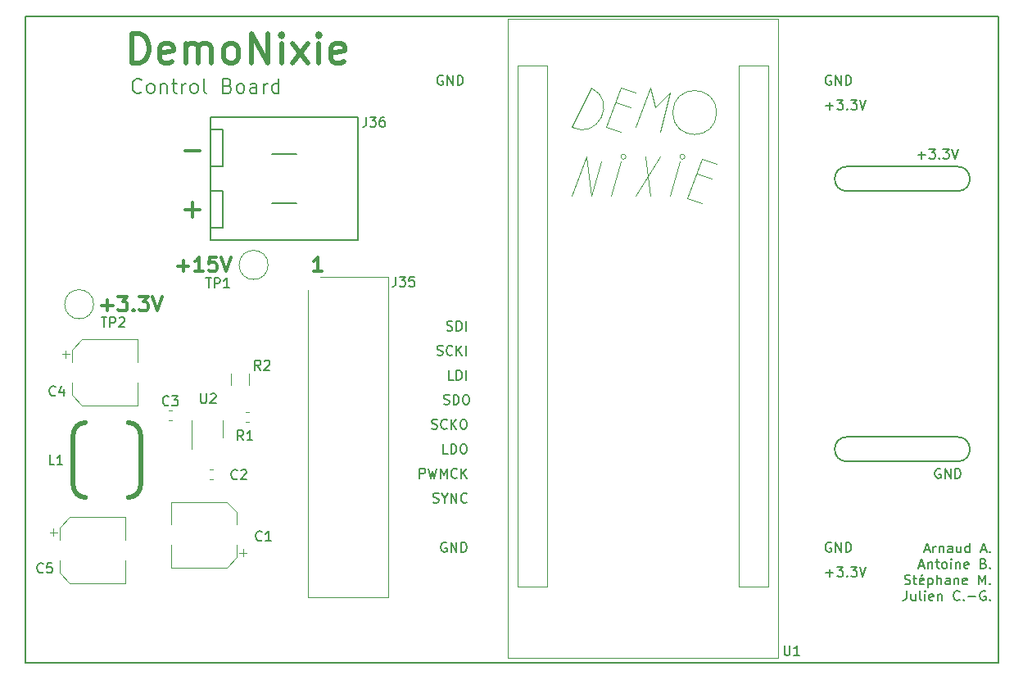
<source format=gbr>
G04 #@! TF.GenerationSoftware,KiCad,Pcbnew,5.0.2-bee76a0~70~ubuntu18.04.1*
G04 #@! TF.CreationDate,2020-06-09T18:29:45+02:00*
G04 #@! TF.ProjectId,DemoNixieControl-KiCad,44656d6f-4e69-4786-9965-436f6e74726f,rev?*
G04 #@! TF.SameCoordinates,Original*
G04 #@! TF.FileFunction,Legend,Top*
G04 #@! TF.FilePolarity,Positive*
%FSLAX46Y46*%
G04 Gerber Fmt 4.6, Leading zero omitted, Abs format (unit mm)*
G04 Created by KiCad (PCBNEW 5.0.2-bee76a0~70~ubuntu18.04.1) date mar. 09 juin 2020 18:29:45 CEST*
%MOMM*%
%LPD*%
G01*
G04 APERTURE LIST*
%ADD10C,0.150000*%
%ADD11C,0.300000*%
%ADD12C,0.200000*%
%ADD13C,0.500000*%
%ADD14C,0.120000*%
G04 APERTURE END LIST*
D10*
X236864091Y-119850996D02*
X237340281Y-119850996D01*
X236768852Y-120136710D02*
X237102186Y-119136710D01*
X237435519Y-120136710D01*
X237768852Y-120136710D02*
X237768852Y-119470044D01*
X237768852Y-119660520D02*
X237816471Y-119565282D01*
X237864091Y-119517663D01*
X237959329Y-119470044D01*
X238054567Y-119470044D01*
X238387900Y-119470044D02*
X238387900Y-120136710D01*
X238387900Y-119565282D02*
X238435519Y-119517663D01*
X238530757Y-119470044D01*
X238673614Y-119470044D01*
X238768852Y-119517663D01*
X238816471Y-119612901D01*
X238816471Y-120136710D01*
X239721233Y-120136710D02*
X239721233Y-119612901D01*
X239673614Y-119517663D01*
X239578376Y-119470044D01*
X239387900Y-119470044D01*
X239292662Y-119517663D01*
X239721233Y-120089091D02*
X239625995Y-120136710D01*
X239387900Y-120136710D01*
X239292662Y-120089091D01*
X239245043Y-119993853D01*
X239245043Y-119898615D01*
X239292662Y-119803377D01*
X239387900Y-119755758D01*
X239625995Y-119755758D01*
X239721233Y-119708139D01*
X240625995Y-119470044D02*
X240625995Y-120136710D01*
X240197424Y-119470044D02*
X240197424Y-119993853D01*
X240245043Y-120089091D01*
X240340281Y-120136710D01*
X240483138Y-120136710D01*
X240578376Y-120089091D01*
X240625995Y-120041472D01*
X241530757Y-120136710D02*
X241530757Y-119136710D01*
X241530757Y-120089091D02*
X241435519Y-120136710D01*
X241245043Y-120136710D01*
X241149805Y-120089091D01*
X241102186Y-120041472D01*
X241054567Y-119946234D01*
X241054567Y-119660520D01*
X241102186Y-119565282D01*
X241149805Y-119517663D01*
X241245043Y-119470044D01*
X241435519Y-119470044D01*
X241530757Y-119517663D01*
X242721233Y-119850996D02*
X243197424Y-119850996D01*
X242625995Y-120136710D02*
X242959329Y-119136710D01*
X243292662Y-120136710D01*
X243625995Y-120041472D02*
X243673614Y-120089091D01*
X243625995Y-120136710D01*
X243578376Y-120089091D01*
X243625995Y-120041472D01*
X243625995Y-120136710D01*
X236340281Y-121500996D02*
X236816471Y-121500996D01*
X236245043Y-121786710D02*
X236578376Y-120786710D01*
X236911710Y-121786710D01*
X237245043Y-121120044D02*
X237245043Y-121786710D01*
X237245043Y-121215282D02*
X237292662Y-121167663D01*
X237387900Y-121120044D01*
X237530757Y-121120044D01*
X237625995Y-121167663D01*
X237673614Y-121262901D01*
X237673614Y-121786710D01*
X238006948Y-121120044D02*
X238387900Y-121120044D01*
X238149805Y-120786710D02*
X238149805Y-121643853D01*
X238197424Y-121739091D01*
X238292662Y-121786710D01*
X238387900Y-121786710D01*
X238864091Y-121786710D02*
X238768852Y-121739091D01*
X238721233Y-121691472D01*
X238673614Y-121596234D01*
X238673614Y-121310520D01*
X238721233Y-121215282D01*
X238768852Y-121167663D01*
X238864091Y-121120044D01*
X239006948Y-121120044D01*
X239102186Y-121167663D01*
X239149805Y-121215282D01*
X239197424Y-121310520D01*
X239197424Y-121596234D01*
X239149805Y-121691472D01*
X239102186Y-121739091D01*
X239006948Y-121786710D01*
X238864091Y-121786710D01*
X239625995Y-121786710D02*
X239625995Y-121120044D01*
X239625995Y-120786710D02*
X239578376Y-120834330D01*
X239625995Y-120881949D01*
X239673614Y-120834330D01*
X239625995Y-120786710D01*
X239625995Y-120881949D01*
X240102186Y-121120044D02*
X240102186Y-121786710D01*
X240102186Y-121215282D02*
X240149805Y-121167663D01*
X240245043Y-121120044D01*
X240387900Y-121120044D01*
X240483138Y-121167663D01*
X240530757Y-121262901D01*
X240530757Y-121786710D01*
X241387900Y-121739091D02*
X241292662Y-121786710D01*
X241102186Y-121786710D01*
X241006948Y-121739091D01*
X240959329Y-121643853D01*
X240959329Y-121262901D01*
X241006948Y-121167663D01*
X241102186Y-121120044D01*
X241292662Y-121120044D01*
X241387900Y-121167663D01*
X241435519Y-121262901D01*
X241435519Y-121358139D01*
X240959329Y-121453377D01*
X242959329Y-121262901D02*
X243102186Y-121310520D01*
X243149805Y-121358139D01*
X243197424Y-121453377D01*
X243197424Y-121596234D01*
X243149805Y-121691472D01*
X243102186Y-121739091D01*
X243006948Y-121786710D01*
X242625995Y-121786710D01*
X242625995Y-120786710D01*
X242959329Y-120786710D01*
X243054567Y-120834330D01*
X243102186Y-120881949D01*
X243149805Y-120977187D01*
X243149805Y-121072425D01*
X243102186Y-121167663D01*
X243054567Y-121215282D01*
X242959329Y-121262901D01*
X242625995Y-121262901D01*
X243625995Y-121691472D02*
X243673614Y-121739091D01*
X243625995Y-121786710D01*
X243578376Y-121739091D01*
X243625995Y-121691472D01*
X243625995Y-121786710D01*
X234816471Y-123389091D02*
X234959329Y-123436710D01*
X235197424Y-123436710D01*
X235292662Y-123389091D01*
X235340281Y-123341472D01*
X235387900Y-123246234D01*
X235387900Y-123150996D01*
X235340281Y-123055758D01*
X235292662Y-123008139D01*
X235197424Y-122960520D01*
X235006948Y-122912901D01*
X234911710Y-122865282D01*
X234864091Y-122817663D01*
X234816471Y-122722425D01*
X234816471Y-122627187D01*
X234864091Y-122531949D01*
X234911710Y-122484330D01*
X235006948Y-122436710D01*
X235245043Y-122436710D01*
X235387900Y-122484330D01*
X235673614Y-122770044D02*
X236054567Y-122770044D01*
X235816471Y-122436710D02*
X235816471Y-123293853D01*
X235864091Y-123389091D01*
X235959329Y-123436710D01*
X236054567Y-123436710D01*
X236768852Y-123389091D02*
X236673614Y-123436710D01*
X236483138Y-123436710D01*
X236387900Y-123389091D01*
X236340281Y-123293853D01*
X236340281Y-122912901D01*
X236387900Y-122817663D01*
X236483138Y-122770044D01*
X236673614Y-122770044D01*
X236768852Y-122817663D01*
X236816471Y-122912901D01*
X236816471Y-123008139D01*
X236340281Y-123103377D01*
X236673614Y-122389091D02*
X236530757Y-122531949D01*
X237245043Y-122770044D02*
X237245043Y-123770044D01*
X237245043Y-122817663D02*
X237340281Y-122770044D01*
X237530757Y-122770044D01*
X237625995Y-122817663D01*
X237673614Y-122865282D01*
X237721233Y-122960520D01*
X237721233Y-123246234D01*
X237673614Y-123341472D01*
X237625995Y-123389091D01*
X237530757Y-123436710D01*
X237340281Y-123436710D01*
X237245043Y-123389091D01*
X238149805Y-123436710D02*
X238149805Y-122436710D01*
X238578376Y-123436710D02*
X238578376Y-122912901D01*
X238530757Y-122817663D01*
X238435519Y-122770044D01*
X238292662Y-122770044D01*
X238197424Y-122817663D01*
X238149805Y-122865282D01*
X239483138Y-123436710D02*
X239483138Y-122912901D01*
X239435519Y-122817663D01*
X239340281Y-122770044D01*
X239149805Y-122770044D01*
X239054567Y-122817663D01*
X239483138Y-123389091D02*
X239387900Y-123436710D01*
X239149805Y-123436710D01*
X239054567Y-123389091D01*
X239006948Y-123293853D01*
X239006948Y-123198615D01*
X239054567Y-123103377D01*
X239149805Y-123055758D01*
X239387900Y-123055758D01*
X239483138Y-123008139D01*
X239959329Y-122770044D02*
X239959329Y-123436710D01*
X239959329Y-122865282D02*
X240006948Y-122817663D01*
X240102186Y-122770044D01*
X240245043Y-122770044D01*
X240340281Y-122817663D01*
X240387900Y-122912901D01*
X240387900Y-123436710D01*
X241245043Y-123389091D02*
X241149805Y-123436710D01*
X240959329Y-123436710D01*
X240864091Y-123389091D01*
X240816471Y-123293853D01*
X240816471Y-122912901D01*
X240864091Y-122817663D01*
X240959329Y-122770044D01*
X241149805Y-122770044D01*
X241245043Y-122817663D01*
X241292662Y-122912901D01*
X241292662Y-123008139D01*
X240816471Y-123103377D01*
X242483138Y-123436710D02*
X242483138Y-122436710D01*
X242816471Y-123150996D01*
X243149805Y-122436710D01*
X243149805Y-123436710D01*
X243625995Y-123341472D02*
X243673614Y-123389091D01*
X243625995Y-123436710D01*
X243578376Y-123389091D01*
X243625995Y-123341472D01*
X243625995Y-123436710D01*
X235006948Y-124086710D02*
X235006948Y-124800996D01*
X234959329Y-124943853D01*
X234864091Y-125039091D01*
X234721233Y-125086710D01*
X234625995Y-125086710D01*
X235911710Y-124420044D02*
X235911710Y-125086710D01*
X235483138Y-124420044D02*
X235483138Y-124943853D01*
X235530757Y-125039091D01*
X235625995Y-125086710D01*
X235768852Y-125086710D01*
X235864091Y-125039091D01*
X235911710Y-124991472D01*
X236530757Y-125086710D02*
X236435519Y-125039091D01*
X236387900Y-124943853D01*
X236387900Y-124086710D01*
X236911710Y-125086710D02*
X236911710Y-124420044D01*
X236911710Y-124086710D02*
X236864091Y-124134330D01*
X236911710Y-124181949D01*
X236959329Y-124134330D01*
X236911710Y-124086710D01*
X236911710Y-124181949D01*
X237768852Y-125039091D02*
X237673614Y-125086710D01*
X237483138Y-125086710D01*
X237387900Y-125039091D01*
X237340281Y-124943853D01*
X237340281Y-124562901D01*
X237387900Y-124467663D01*
X237483138Y-124420044D01*
X237673614Y-124420044D01*
X237768852Y-124467663D01*
X237816471Y-124562901D01*
X237816471Y-124658139D01*
X237340281Y-124753377D01*
X238245043Y-124420044D02*
X238245043Y-125086710D01*
X238245043Y-124515282D02*
X238292662Y-124467663D01*
X238387900Y-124420044D01*
X238530757Y-124420044D01*
X238625995Y-124467663D01*
X238673614Y-124562901D01*
X238673614Y-125086710D01*
X240483138Y-124991472D02*
X240435519Y-125039091D01*
X240292662Y-125086710D01*
X240197424Y-125086710D01*
X240054567Y-125039091D01*
X239959329Y-124943853D01*
X239911710Y-124848615D01*
X239864091Y-124658139D01*
X239864091Y-124515282D01*
X239911710Y-124324806D01*
X239959329Y-124229568D01*
X240054567Y-124134330D01*
X240197424Y-124086710D01*
X240292662Y-124086710D01*
X240435519Y-124134330D01*
X240483138Y-124181949D01*
X240911710Y-124991472D02*
X240959329Y-125039091D01*
X240911710Y-125086710D01*
X240864091Y-125039091D01*
X240911710Y-124991472D01*
X240911710Y-125086710D01*
X241387900Y-124705758D02*
X242149805Y-124705758D01*
X243149805Y-124134330D02*
X243054567Y-124086710D01*
X242911710Y-124086710D01*
X242768852Y-124134330D01*
X242673614Y-124229568D01*
X242625995Y-124324806D01*
X242578376Y-124515282D01*
X242578376Y-124658139D01*
X242625995Y-124848615D01*
X242673614Y-124943853D01*
X242768852Y-125039091D01*
X242911710Y-125086710D01*
X243006948Y-125086710D01*
X243149805Y-125039091D01*
X243197424Y-124991472D01*
X243197424Y-124658139D01*
X243006948Y-124658139D01*
X243625995Y-124991472D02*
X243673614Y-125039091D01*
X243625995Y-125086710D01*
X243578376Y-125039091D01*
X243625995Y-124991472D01*
X243625995Y-125086710D01*
D11*
X174540162Y-91087901D02*
X173683019Y-91087901D01*
X174111591Y-91087901D02*
X174111591Y-89587901D01*
X173968733Y-89802187D01*
X173825876Y-89945044D01*
X173683019Y-90016472D01*
X160395686Y-78614187D02*
X161919495Y-78614187D01*
X160395686Y-84710187D02*
X161919495Y-84710187D01*
X161157591Y-85472091D02*
X161157591Y-83948282D01*
D12*
X228848591Y-82789330D02*
X240278591Y-82789330D01*
X240278591Y-80249330D02*
X228848591Y-80249330D01*
X240278591Y-80249330D02*
G75*
G02X240278591Y-82789330I0J-1270000D01*
G01*
X228848591Y-82789330D02*
G75*
G02X228848591Y-80249330I0J1270000D01*
G01*
X240278591Y-108189330D02*
G75*
G02X240278591Y-110729330I0J-1270000D01*
G01*
X228848591Y-110729330D02*
G75*
G02X228848591Y-108189330I0J1270000D01*
G01*
X240278591Y-110729330D02*
X228848591Y-110729330D01*
X228848591Y-108189330D02*
X240278591Y-108189330D01*
X155897876Y-72530044D02*
X155826448Y-72601472D01*
X155612162Y-72672901D01*
X155469305Y-72672901D01*
X155255019Y-72601472D01*
X155112162Y-72458615D01*
X155040733Y-72315758D01*
X154969305Y-72030044D01*
X154969305Y-71815758D01*
X155040733Y-71530044D01*
X155112162Y-71387187D01*
X155255019Y-71244330D01*
X155469305Y-71172901D01*
X155612162Y-71172901D01*
X155826448Y-71244330D01*
X155897876Y-71315758D01*
X156755019Y-72672901D02*
X156612162Y-72601472D01*
X156540733Y-72530044D01*
X156469305Y-72387187D01*
X156469305Y-71958615D01*
X156540733Y-71815758D01*
X156612162Y-71744330D01*
X156755019Y-71672901D01*
X156969305Y-71672901D01*
X157112162Y-71744330D01*
X157183591Y-71815758D01*
X157255019Y-71958615D01*
X157255019Y-72387187D01*
X157183591Y-72530044D01*
X157112162Y-72601472D01*
X156969305Y-72672901D01*
X156755019Y-72672901D01*
X157897876Y-71672901D02*
X157897876Y-72672901D01*
X157897876Y-71815758D02*
X157969305Y-71744330D01*
X158112162Y-71672901D01*
X158326448Y-71672901D01*
X158469305Y-71744330D01*
X158540733Y-71887187D01*
X158540733Y-72672901D01*
X159040733Y-71672901D02*
X159612162Y-71672901D01*
X159255019Y-71172901D02*
X159255019Y-72458615D01*
X159326448Y-72601472D01*
X159469305Y-72672901D01*
X159612162Y-72672901D01*
X160112162Y-72672901D02*
X160112162Y-71672901D01*
X160112162Y-71958615D02*
X160183591Y-71815758D01*
X160255019Y-71744330D01*
X160397876Y-71672901D01*
X160540733Y-71672901D01*
X161255019Y-72672901D02*
X161112162Y-72601472D01*
X161040733Y-72530044D01*
X160969305Y-72387187D01*
X160969305Y-71958615D01*
X161040733Y-71815758D01*
X161112162Y-71744330D01*
X161255019Y-71672901D01*
X161469305Y-71672901D01*
X161612162Y-71744330D01*
X161683591Y-71815758D01*
X161755019Y-71958615D01*
X161755019Y-72387187D01*
X161683591Y-72530044D01*
X161612162Y-72601472D01*
X161469305Y-72672901D01*
X161255019Y-72672901D01*
X162612162Y-72672901D02*
X162469305Y-72601472D01*
X162397876Y-72458615D01*
X162397876Y-71172901D01*
X164826448Y-71887187D02*
X165040733Y-71958615D01*
X165112162Y-72030044D01*
X165183591Y-72172901D01*
X165183591Y-72387187D01*
X165112162Y-72530044D01*
X165040733Y-72601472D01*
X164897876Y-72672901D01*
X164326448Y-72672901D01*
X164326448Y-71172901D01*
X164826448Y-71172901D01*
X164969305Y-71244330D01*
X165040733Y-71315758D01*
X165112162Y-71458615D01*
X165112162Y-71601472D01*
X165040733Y-71744330D01*
X164969305Y-71815758D01*
X164826448Y-71887187D01*
X164326448Y-71887187D01*
X166040733Y-72672901D02*
X165897876Y-72601472D01*
X165826448Y-72530044D01*
X165755019Y-72387187D01*
X165755019Y-71958615D01*
X165826448Y-71815758D01*
X165897876Y-71744330D01*
X166040733Y-71672901D01*
X166255019Y-71672901D01*
X166397876Y-71744330D01*
X166469305Y-71815758D01*
X166540733Y-71958615D01*
X166540733Y-72387187D01*
X166469305Y-72530044D01*
X166397876Y-72601472D01*
X166255019Y-72672901D01*
X166040733Y-72672901D01*
X167826448Y-72672901D02*
X167826448Y-71887187D01*
X167755019Y-71744330D01*
X167612162Y-71672901D01*
X167326448Y-71672901D01*
X167183591Y-71744330D01*
X167826448Y-72601472D02*
X167683591Y-72672901D01*
X167326448Y-72672901D01*
X167183591Y-72601472D01*
X167112162Y-72458615D01*
X167112162Y-72315758D01*
X167183591Y-72172901D01*
X167326448Y-72101472D01*
X167683591Y-72101472D01*
X167826448Y-72030044D01*
X168540733Y-72672901D02*
X168540733Y-71672901D01*
X168540733Y-71958615D02*
X168612162Y-71815758D01*
X168683591Y-71744330D01*
X168826448Y-71672901D01*
X168969305Y-71672901D01*
X170112162Y-72672901D02*
X170112162Y-71172901D01*
X170112162Y-72601472D02*
X169969305Y-72672901D01*
X169683591Y-72672901D01*
X169540733Y-72601472D01*
X169469305Y-72530044D01*
X169397876Y-72387187D01*
X169397876Y-71958615D01*
X169469305Y-71815758D01*
X169540733Y-71744330D01*
X169683591Y-71672901D01*
X169969305Y-71672901D01*
X170112162Y-71744330D01*
D13*
X154957876Y-69541472D02*
X154957876Y-66541472D01*
X155672162Y-66541472D01*
X156100733Y-66684330D01*
X156386448Y-66970044D01*
X156529305Y-67255758D01*
X156672162Y-67827187D01*
X156672162Y-68255758D01*
X156529305Y-68827187D01*
X156386448Y-69112901D01*
X156100733Y-69398615D01*
X155672162Y-69541472D01*
X154957876Y-69541472D01*
X159100733Y-69398615D02*
X158815019Y-69541472D01*
X158243591Y-69541472D01*
X157957876Y-69398615D01*
X157815019Y-69112901D01*
X157815019Y-67970044D01*
X157957876Y-67684330D01*
X158243591Y-67541472D01*
X158815019Y-67541472D01*
X159100733Y-67684330D01*
X159243591Y-67970044D01*
X159243591Y-68255758D01*
X157815019Y-68541472D01*
X160529305Y-69541472D02*
X160529305Y-67541472D01*
X160529305Y-67827187D02*
X160672162Y-67684330D01*
X160957876Y-67541472D01*
X161386448Y-67541472D01*
X161672162Y-67684330D01*
X161815019Y-67970044D01*
X161815019Y-69541472D01*
X161815019Y-67970044D02*
X161957876Y-67684330D01*
X162243591Y-67541472D01*
X162672162Y-67541472D01*
X162957876Y-67684330D01*
X163100733Y-67970044D01*
X163100733Y-69541472D01*
X164957876Y-69541472D02*
X164672162Y-69398615D01*
X164529305Y-69255758D01*
X164386448Y-68970044D01*
X164386448Y-68112901D01*
X164529305Y-67827187D01*
X164672162Y-67684330D01*
X164957876Y-67541472D01*
X165386448Y-67541472D01*
X165672162Y-67684330D01*
X165815019Y-67827187D01*
X165957876Y-68112901D01*
X165957876Y-68970044D01*
X165815019Y-69255758D01*
X165672162Y-69398615D01*
X165386448Y-69541472D01*
X164957876Y-69541472D01*
X167243591Y-69541472D02*
X167243591Y-66541472D01*
X168957876Y-69541472D01*
X168957876Y-66541472D01*
X170386448Y-69541472D02*
X170386448Y-67541472D01*
X170386448Y-66541472D02*
X170243591Y-66684330D01*
X170386448Y-66827187D01*
X170529305Y-66684330D01*
X170386448Y-66541472D01*
X170386448Y-66827187D01*
X171529305Y-69541472D02*
X173100733Y-67541472D01*
X171529305Y-67541472D02*
X173100733Y-69541472D01*
X174243591Y-69541472D02*
X174243591Y-67541472D01*
X174243591Y-66541472D02*
X174100733Y-66684330D01*
X174243591Y-66827187D01*
X174386448Y-66684330D01*
X174243591Y-66541472D01*
X174243591Y-66827187D01*
X176815019Y-69398615D02*
X176529305Y-69541472D01*
X175957876Y-69541472D01*
X175672162Y-69398615D01*
X175529305Y-69112901D01*
X175529305Y-67970044D01*
X175672162Y-67684330D01*
X175957876Y-67541472D01*
X176529305Y-67541472D01*
X176815019Y-67684330D01*
X176957876Y-67970044D01*
X176957876Y-68255758D01*
X175529305Y-68541472D01*
D12*
X187062876Y-70859330D02*
X186967638Y-70811710D01*
X186824781Y-70811710D01*
X186681924Y-70859330D01*
X186586686Y-70954568D01*
X186539067Y-71049806D01*
X186491448Y-71240282D01*
X186491448Y-71383139D01*
X186539067Y-71573615D01*
X186586686Y-71668853D01*
X186681924Y-71764091D01*
X186824781Y-71811710D01*
X186920019Y-71811710D01*
X187062876Y-71764091D01*
X187110495Y-71716472D01*
X187110495Y-71383139D01*
X186920019Y-71383139D01*
X187539067Y-71811710D02*
X187539067Y-70811710D01*
X188110495Y-71811710D01*
X188110495Y-70811710D01*
X188586686Y-71811710D02*
X188586686Y-70811710D01*
X188824781Y-70811710D01*
X188967638Y-70859330D01*
X189062876Y-70954568D01*
X189110495Y-71049806D01*
X189158114Y-71240282D01*
X189158114Y-71383139D01*
X189110495Y-71573615D01*
X189062876Y-71668853D01*
X188967638Y-71764091D01*
X188824781Y-71811710D01*
X188586686Y-71811710D01*
X238503495Y-111499330D02*
X238408257Y-111451710D01*
X238265400Y-111451710D01*
X238122543Y-111499330D01*
X238027305Y-111594568D01*
X237979686Y-111689806D01*
X237932067Y-111880282D01*
X237932067Y-112023139D01*
X237979686Y-112213615D01*
X238027305Y-112308853D01*
X238122543Y-112404091D01*
X238265400Y-112451710D01*
X238360638Y-112451710D01*
X238503495Y-112404091D01*
X238551114Y-112356472D01*
X238551114Y-112023139D01*
X238360638Y-112023139D01*
X238979686Y-112451710D02*
X238979686Y-111451710D01*
X239551114Y-112451710D01*
X239551114Y-111451710D01*
X240027305Y-112451710D02*
X240027305Y-111451710D01*
X240265400Y-111451710D01*
X240408257Y-111499330D01*
X240503495Y-111594568D01*
X240551114Y-111689806D01*
X240598733Y-111880282D01*
X240598733Y-112023139D01*
X240551114Y-112213615D01*
X240503495Y-112308853D01*
X240408257Y-112404091D01*
X240265400Y-112451710D01*
X240027305Y-112451710D01*
X236201686Y-79050758D02*
X236963591Y-79050758D01*
X236582638Y-79431710D02*
X236582638Y-78669806D01*
X237344543Y-78431710D02*
X237963591Y-78431710D01*
X237630257Y-78812663D01*
X237773114Y-78812663D01*
X237868352Y-78860282D01*
X237915971Y-78907901D01*
X237963591Y-79003139D01*
X237963591Y-79241234D01*
X237915971Y-79336472D01*
X237868352Y-79384091D01*
X237773114Y-79431710D01*
X237487400Y-79431710D01*
X237392162Y-79384091D01*
X237344543Y-79336472D01*
X238392162Y-79336472D02*
X238439781Y-79384091D01*
X238392162Y-79431710D01*
X238344543Y-79384091D01*
X238392162Y-79336472D01*
X238392162Y-79431710D01*
X238773114Y-78431710D02*
X239392162Y-78431710D01*
X239058829Y-78812663D01*
X239201686Y-78812663D01*
X239296924Y-78860282D01*
X239344543Y-78907901D01*
X239392162Y-79003139D01*
X239392162Y-79241234D01*
X239344543Y-79336472D01*
X239296924Y-79384091D01*
X239201686Y-79431710D01*
X238915971Y-79431710D01*
X238820733Y-79384091D01*
X238773114Y-79336472D01*
X239677876Y-78431710D02*
X240011210Y-79431710D01*
X240344543Y-78431710D01*
X227200495Y-70859330D02*
X227105257Y-70811710D01*
X226962400Y-70811710D01*
X226819543Y-70859330D01*
X226724305Y-70954568D01*
X226676686Y-71049806D01*
X226629067Y-71240282D01*
X226629067Y-71383139D01*
X226676686Y-71573615D01*
X226724305Y-71668853D01*
X226819543Y-71764091D01*
X226962400Y-71811710D01*
X227057638Y-71811710D01*
X227200495Y-71764091D01*
X227248114Y-71716472D01*
X227248114Y-71383139D01*
X227057638Y-71383139D01*
X227676686Y-71811710D02*
X227676686Y-70811710D01*
X228248114Y-71811710D01*
X228248114Y-70811710D01*
X228724305Y-71811710D02*
X228724305Y-70811710D01*
X228962400Y-70811710D01*
X229105257Y-70859330D01*
X229200495Y-70954568D01*
X229248114Y-71049806D01*
X229295733Y-71240282D01*
X229295733Y-71383139D01*
X229248114Y-71573615D01*
X229200495Y-71668853D01*
X229105257Y-71764091D01*
X228962400Y-71811710D01*
X228724305Y-71811710D01*
X226676686Y-73970758D02*
X227438591Y-73970758D01*
X227057638Y-74351710D02*
X227057638Y-73589806D01*
X227819543Y-73351710D02*
X228438591Y-73351710D01*
X228105257Y-73732663D01*
X228248114Y-73732663D01*
X228343352Y-73780282D01*
X228390971Y-73827901D01*
X228438591Y-73923139D01*
X228438591Y-74161234D01*
X228390971Y-74256472D01*
X228343352Y-74304091D01*
X228248114Y-74351710D01*
X227962400Y-74351710D01*
X227867162Y-74304091D01*
X227819543Y-74256472D01*
X228867162Y-74256472D02*
X228914781Y-74304091D01*
X228867162Y-74351710D01*
X228819543Y-74304091D01*
X228867162Y-74256472D01*
X228867162Y-74351710D01*
X229248114Y-73351710D02*
X229867162Y-73351710D01*
X229533829Y-73732663D01*
X229676686Y-73732663D01*
X229771924Y-73780282D01*
X229819543Y-73827901D01*
X229867162Y-73923139D01*
X229867162Y-74161234D01*
X229819543Y-74256472D01*
X229771924Y-74304091D01*
X229676686Y-74351710D01*
X229390971Y-74351710D01*
X229295733Y-74304091D01*
X229248114Y-74256472D01*
X230152876Y-73351710D02*
X230486210Y-74351710D01*
X230819543Y-73351710D01*
X226676686Y-122230758D02*
X227438591Y-122230758D01*
X227057638Y-122611710D02*
X227057638Y-121849806D01*
X227819543Y-121611710D02*
X228438591Y-121611710D01*
X228105257Y-121992663D01*
X228248114Y-121992663D01*
X228343352Y-122040282D01*
X228390971Y-122087901D01*
X228438591Y-122183139D01*
X228438591Y-122421234D01*
X228390971Y-122516472D01*
X228343352Y-122564091D01*
X228248114Y-122611710D01*
X227962400Y-122611710D01*
X227867162Y-122564091D01*
X227819543Y-122516472D01*
X228867162Y-122516472D02*
X228914781Y-122564091D01*
X228867162Y-122611710D01*
X228819543Y-122564091D01*
X228867162Y-122516472D01*
X228867162Y-122611710D01*
X229248114Y-121611710D02*
X229867162Y-121611710D01*
X229533829Y-121992663D01*
X229676686Y-121992663D01*
X229771924Y-122040282D01*
X229819543Y-122087901D01*
X229867162Y-122183139D01*
X229867162Y-122421234D01*
X229819543Y-122516472D01*
X229771924Y-122564091D01*
X229676686Y-122611710D01*
X229390971Y-122611710D01*
X229295733Y-122564091D01*
X229248114Y-122516472D01*
X230152876Y-121611710D02*
X230486210Y-122611710D01*
X230819543Y-121611710D01*
X187443876Y-119119330D02*
X187348638Y-119071710D01*
X187205781Y-119071710D01*
X187062924Y-119119330D01*
X186967686Y-119214568D01*
X186920067Y-119309806D01*
X186872448Y-119500282D01*
X186872448Y-119643139D01*
X186920067Y-119833615D01*
X186967686Y-119928853D01*
X187062924Y-120024091D01*
X187205781Y-120071710D01*
X187301019Y-120071710D01*
X187443876Y-120024091D01*
X187491495Y-119976472D01*
X187491495Y-119643139D01*
X187301019Y-119643139D01*
X187920067Y-120071710D02*
X187920067Y-119071710D01*
X188491495Y-120071710D01*
X188491495Y-119071710D01*
X188967686Y-120071710D02*
X188967686Y-119071710D01*
X189205781Y-119071710D01*
X189348638Y-119119330D01*
X189443876Y-119214568D01*
X189491495Y-119309806D01*
X189539114Y-119500282D01*
X189539114Y-119643139D01*
X189491495Y-119833615D01*
X189443876Y-119928853D01*
X189348638Y-120024091D01*
X189205781Y-120071710D01*
X188967686Y-120071710D01*
X227200495Y-119119330D02*
X227105257Y-119071710D01*
X226962400Y-119071710D01*
X226819543Y-119119330D01*
X226724305Y-119214568D01*
X226676686Y-119309806D01*
X226629067Y-119500282D01*
X226629067Y-119643139D01*
X226676686Y-119833615D01*
X226724305Y-119928853D01*
X226819543Y-120024091D01*
X226962400Y-120071710D01*
X227057638Y-120071710D01*
X227200495Y-120024091D01*
X227248114Y-119976472D01*
X227248114Y-119643139D01*
X227057638Y-119643139D01*
X227676686Y-120071710D02*
X227676686Y-119071710D01*
X228248114Y-120071710D01*
X228248114Y-119071710D01*
X228724305Y-120071710D02*
X228724305Y-119071710D01*
X228962400Y-119071710D01*
X229105257Y-119119330D01*
X229200495Y-119214568D01*
X229248114Y-119309806D01*
X229295733Y-119500282D01*
X229295733Y-119643139D01*
X229248114Y-119833615D01*
X229200495Y-119928853D01*
X229105257Y-120024091D01*
X228962400Y-120071710D01*
X228724305Y-120071710D01*
X187491495Y-97164091D02*
X187634352Y-97211710D01*
X187872448Y-97211710D01*
X187967686Y-97164091D01*
X188015305Y-97116472D01*
X188062924Y-97021234D01*
X188062924Y-96925996D01*
X188015305Y-96830758D01*
X187967686Y-96783139D01*
X187872448Y-96735520D01*
X187681971Y-96687901D01*
X187586733Y-96640282D01*
X187539114Y-96592663D01*
X187491495Y-96497425D01*
X187491495Y-96402187D01*
X187539114Y-96306949D01*
X187586733Y-96259330D01*
X187681971Y-96211710D01*
X187920067Y-96211710D01*
X188062924Y-96259330D01*
X188491495Y-97211710D02*
X188491495Y-96211710D01*
X188729591Y-96211710D01*
X188872448Y-96259330D01*
X188967686Y-96354568D01*
X189015305Y-96449806D01*
X189062924Y-96640282D01*
X189062924Y-96783139D01*
X189015305Y-96973615D01*
X188967686Y-97068853D01*
X188872448Y-97164091D01*
X188729591Y-97211710D01*
X188491495Y-97211710D01*
X189491495Y-97211710D02*
X189491495Y-96211710D01*
X186062924Y-114944091D02*
X186205781Y-114991710D01*
X186443876Y-114991710D01*
X186539114Y-114944091D01*
X186586733Y-114896472D01*
X186634352Y-114801234D01*
X186634352Y-114705996D01*
X186586733Y-114610758D01*
X186539114Y-114563139D01*
X186443876Y-114515520D01*
X186253400Y-114467901D01*
X186158162Y-114420282D01*
X186110543Y-114372663D01*
X186062924Y-114277425D01*
X186062924Y-114182187D01*
X186110543Y-114086949D01*
X186158162Y-114039330D01*
X186253400Y-113991710D01*
X186491495Y-113991710D01*
X186634352Y-114039330D01*
X187253400Y-114515520D02*
X187253400Y-114991710D01*
X186920067Y-113991710D02*
X187253400Y-114515520D01*
X187586733Y-113991710D01*
X187920067Y-114991710D02*
X187920067Y-113991710D01*
X188491495Y-114991710D01*
X188491495Y-113991710D01*
X189539114Y-114896472D02*
X189491495Y-114944091D01*
X189348638Y-114991710D01*
X189253400Y-114991710D01*
X189110543Y-114944091D01*
X189015305Y-114848853D01*
X188967686Y-114753615D01*
X188920067Y-114563139D01*
X188920067Y-114420282D01*
X188967686Y-114229806D01*
X189015305Y-114134568D01*
X189110543Y-114039330D01*
X189253400Y-113991710D01*
X189348638Y-113991710D01*
X189491495Y-114039330D01*
X189539114Y-114086949D01*
X184681971Y-112451710D02*
X184681971Y-111451710D01*
X185062924Y-111451710D01*
X185158162Y-111499330D01*
X185205781Y-111546949D01*
X185253400Y-111642187D01*
X185253400Y-111785044D01*
X185205781Y-111880282D01*
X185158162Y-111927901D01*
X185062924Y-111975520D01*
X184681971Y-111975520D01*
X185586733Y-111451710D02*
X185824829Y-112451710D01*
X186015305Y-111737425D01*
X186205781Y-112451710D01*
X186443876Y-111451710D01*
X186824829Y-112451710D02*
X186824829Y-111451710D01*
X187158162Y-112165996D01*
X187491495Y-111451710D01*
X187491495Y-112451710D01*
X188539114Y-112356472D02*
X188491495Y-112404091D01*
X188348638Y-112451710D01*
X188253400Y-112451710D01*
X188110543Y-112404091D01*
X188015305Y-112308853D01*
X187967686Y-112213615D01*
X187920067Y-112023139D01*
X187920067Y-111880282D01*
X187967686Y-111689806D01*
X188015305Y-111594568D01*
X188110543Y-111499330D01*
X188253400Y-111451710D01*
X188348638Y-111451710D01*
X188491495Y-111499330D01*
X188539114Y-111546949D01*
X188967686Y-112451710D02*
X188967686Y-111451710D01*
X189539114Y-112451710D02*
X189110543Y-111880282D01*
X189539114Y-111451710D02*
X188967686Y-112023139D01*
X187586733Y-109911710D02*
X187110543Y-109911710D01*
X187110543Y-108911710D01*
X187920067Y-109911710D02*
X187920067Y-108911710D01*
X188158162Y-108911710D01*
X188301019Y-108959330D01*
X188396257Y-109054568D01*
X188443876Y-109149806D01*
X188491495Y-109340282D01*
X188491495Y-109483139D01*
X188443876Y-109673615D01*
X188396257Y-109768853D01*
X188301019Y-109864091D01*
X188158162Y-109911710D01*
X187920067Y-109911710D01*
X189110543Y-108911710D02*
X189301019Y-108911710D01*
X189396257Y-108959330D01*
X189491495Y-109054568D01*
X189539114Y-109245044D01*
X189539114Y-109578377D01*
X189491495Y-109768853D01*
X189396257Y-109864091D01*
X189301019Y-109911710D01*
X189110543Y-109911710D01*
X189015305Y-109864091D01*
X188920067Y-109768853D01*
X188872448Y-109578377D01*
X188872448Y-109245044D01*
X188920067Y-109054568D01*
X189015305Y-108959330D01*
X189110543Y-108911710D01*
X185920067Y-107324091D02*
X186062924Y-107371710D01*
X186301019Y-107371710D01*
X186396257Y-107324091D01*
X186443876Y-107276472D01*
X186491495Y-107181234D01*
X186491495Y-107085996D01*
X186443876Y-106990758D01*
X186396257Y-106943139D01*
X186301019Y-106895520D01*
X186110543Y-106847901D01*
X186015305Y-106800282D01*
X185967686Y-106752663D01*
X185920067Y-106657425D01*
X185920067Y-106562187D01*
X185967686Y-106466949D01*
X186015305Y-106419330D01*
X186110543Y-106371710D01*
X186348638Y-106371710D01*
X186491495Y-106419330D01*
X187491495Y-107276472D02*
X187443876Y-107324091D01*
X187301019Y-107371710D01*
X187205781Y-107371710D01*
X187062924Y-107324091D01*
X186967686Y-107228853D01*
X186920067Y-107133615D01*
X186872448Y-106943139D01*
X186872448Y-106800282D01*
X186920067Y-106609806D01*
X186967686Y-106514568D01*
X187062924Y-106419330D01*
X187205781Y-106371710D01*
X187301019Y-106371710D01*
X187443876Y-106419330D01*
X187491495Y-106466949D01*
X187920067Y-107371710D02*
X187920067Y-106371710D01*
X188491495Y-107371710D02*
X188062924Y-106800282D01*
X188491495Y-106371710D02*
X187920067Y-106943139D01*
X189110543Y-106371710D02*
X189301019Y-106371710D01*
X189396257Y-106419330D01*
X189491495Y-106514568D01*
X189539114Y-106705044D01*
X189539114Y-107038377D01*
X189491495Y-107228853D01*
X189396257Y-107324091D01*
X189301019Y-107371710D01*
X189110543Y-107371710D01*
X189015305Y-107324091D01*
X188920067Y-107228853D01*
X188872448Y-107038377D01*
X188872448Y-106705044D01*
X188920067Y-106514568D01*
X189015305Y-106419330D01*
X189110543Y-106371710D01*
X187174067Y-104784091D02*
X187316924Y-104831710D01*
X187555019Y-104831710D01*
X187650257Y-104784091D01*
X187697876Y-104736472D01*
X187745495Y-104641234D01*
X187745495Y-104545996D01*
X187697876Y-104450758D01*
X187650257Y-104403139D01*
X187555019Y-104355520D01*
X187364543Y-104307901D01*
X187269305Y-104260282D01*
X187221686Y-104212663D01*
X187174067Y-104117425D01*
X187174067Y-104022187D01*
X187221686Y-103926949D01*
X187269305Y-103879330D01*
X187364543Y-103831710D01*
X187602638Y-103831710D01*
X187745495Y-103879330D01*
X188174067Y-104831710D02*
X188174067Y-103831710D01*
X188412162Y-103831710D01*
X188555019Y-103879330D01*
X188650257Y-103974568D01*
X188697876Y-104069806D01*
X188745495Y-104260282D01*
X188745495Y-104403139D01*
X188697876Y-104593615D01*
X188650257Y-104688853D01*
X188555019Y-104784091D01*
X188412162Y-104831710D01*
X188174067Y-104831710D01*
X189364543Y-103831710D02*
X189555019Y-103831710D01*
X189650257Y-103879330D01*
X189745495Y-103974568D01*
X189793114Y-104165044D01*
X189793114Y-104498377D01*
X189745495Y-104688853D01*
X189650257Y-104784091D01*
X189555019Y-104831710D01*
X189364543Y-104831710D01*
X189269305Y-104784091D01*
X189174067Y-104688853D01*
X189126448Y-104498377D01*
X189126448Y-104165044D01*
X189174067Y-103974568D01*
X189269305Y-103879330D01*
X189364543Y-103831710D01*
X188158162Y-102291710D02*
X187681971Y-102291710D01*
X187681971Y-101291710D01*
X188491495Y-102291710D02*
X188491495Y-101291710D01*
X188729591Y-101291710D01*
X188872448Y-101339330D01*
X188967686Y-101434568D01*
X189015305Y-101529806D01*
X189062924Y-101720282D01*
X189062924Y-101863139D01*
X189015305Y-102053615D01*
X188967686Y-102148853D01*
X188872448Y-102244091D01*
X188729591Y-102291710D01*
X188491495Y-102291710D01*
X189491495Y-102291710D02*
X189491495Y-101291710D01*
X186491495Y-99704091D02*
X186634352Y-99751710D01*
X186872448Y-99751710D01*
X186967686Y-99704091D01*
X187015305Y-99656472D01*
X187062924Y-99561234D01*
X187062924Y-99465996D01*
X187015305Y-99370758D01*
X186967686Y-99323139D01*
X186872448Y-99275520D01*
X186681971Y-99227901D01*
X186586733Y-99180282D01*
X186539114Y-99132663D01*
X186491495Y-99037425D01*
X186491495Y-98942187D01*
X186539114Y-98846949D01*
X186586733Y-98799330D01*
X186681971Y-98751710D01*
X186920067Y-98751710D01*
X187062924Y-98799330D01*
X188062924Y-99656472D02*
X188015305Y-99704091D01*
X187872448Y-99751710D01*
X187777210Y-99751710D01*
X187634352Y-99704091D01*
X187539114Y-99608853D01*
X187491495Y-99513615D01*
X187443876Y-99323139D01*
X187443876Y-99180282D01*
X187491495Y-98989806D01*
X187539114Y-98894568D01*
X187634352Y-98799330D01*
X187777210Y-98751710D01*
X187872448Y-98751710D01*
X188015305Y-98799330D01*
X188062924Y-98846949D01*
X188491495Y-99751710D02*
X188491495Y-98751710D01*
X189062924Y-99751710D02*
X188634352Y-99180282D01*
X189062924Y-98751710D02*
X188491495Y-99323139D01*
X189491495Y-99751710D02*
X189491495Y-98751710D01*
D11*
X151807591Y-94580472D02*
X152950448Y-94580472D01*
X152379019Y-95151901D02*
X152379019Y-94009044D01*
X153521876Y-93651901D02*
X154450448Y-93651901D01*
X153950448Y-94223330D01*
X154164733Y-94223330D01*
X154307591Y-94294758D01*
X154379019Y-94366187D01*
X154450448Y-94509044D01*
X154450448Y-94866187D01*
X154379019Y-95009044D01*
X154307591Y-95080472D01*
X154164733Y-95151901D01*
X153736162Y-95151901D01*
X153593305Y-95080472D01*
X153521876Y-95009044D01*
X155093305Y-95009044D02*
X155164733Y-95080472D01*
X155093305Y-95151901D01*
X155021876Y-95080472D01*
X155093305Y-95009044D01*
X155093305Y-95151901D01*
X155664733Y-93651901D02*
X156593305Y-93651901D01*
X156093305Y-94223330D01*
X156307591Y-94223330D01*
X156450448Y-94294758D01*
X156521876Y-94366187D01*
X156593305Y-94509044D01*
X156593305Y-94866187D01*
X156521876Y-95009044D01*
X156450448Y-95080472D01*
X156307591Y-95151901D01*
X155879019Y-95151901D01*
X155736162Y-95080472D01*
X155664733Y-95009044D01*
X157021876Y-93651901D02*
X157521876Y-95151901D01*
X158021876Y-93651901D01*
D10*
X143885591Y-64755330D02*
X244469591Y-64755330D01*
X143885591Y-131557330D02*
X143885591Y-64755330D01*
X244469591Y-131557330D02*
X143885591Y-131557330D01*
X244469591Y-64755330D02*
X244469591Y-131557330D01*
D11*
X159657733Y-90516472D02*
X160800591Y-90516472D01*
X160229162Y-91087901D02*
X160229162Y-89945044D01*
X162300591Y-91087901D02*
X161443448Y-91087901D01*
X161872019Y-91087901D02*
X161872019Y-89587901D01*
X161729162Y-89802187D01*
X161586305Y-89945044D01*
X161443448Y-90016472D01*
X163657733Y-89587901D02*
X162943448Y-89587901D01*
X162872019Y-90302187D01*
X162943448Y-90230758D01*
X163086305Y-90159330D01*
X163443448Y-90159330D01*
X163586305Y-90230758D01*
X163657733Y-90302187D01*
X163729162Y-90445044D01*
X163729162Y-90802187D01*
X163657733Y-90945044D01*
X163586305Y-91016472D01*
X163443448Y-91087901D01*
X163086305Y-91087901D01*
X162943448Y-91016472D01*
X162872019Y-90945044D01*
X164157733Y-89587901D02*
X164657733Y-91087901D01*
X165157733Y-89587901D01*
D14*
G04 #@! TO.C,C1*
X166405341Y-120543580D02*
X166405341Y-119756080D01*
X166799091Y-120149830D02*
X166011591Y-120149830D01*
X165771591Y-115956767D02*
X164707154Y-114892330D01*
X165771591Y-120647893D02*
X164707154Y-121712330D01*
X165771591Y-120647893D02*
X165771591Y-119362330D01*
X165771591Y-115956767D02*
X165771591Y-117242330D01*
X164707154Y-114892330D02*
X158951591Y-114892330D01*
X164707154Y-121712330D02*
X158951591Y-121712330D01*
X158951591Y-121712330D02*
X158951591Y-119362330D01*
X158951591Y-114892330D02*
X158951591Y-117242330D01*
G04 #@! TO.C,C2*
X163280858Y-111569330D02*
X162938324Y-111569330D01*
X163280858Y-112589330D02*
X162938324Y-112589330D01*
G04 #@! TO.C,C3*
X158714324Y-105426330D02*
X159056858Y-105426330D01*
X158714324Y-106446330D02*
X159056858Y-106446330D01*
G04 #@! TO.C,C5*
X154274591Y-123283330D02*
X154274591Y-120933330D01*
X154274591Y-116463330D02*
X154274591Y-118813330D01*
X148519028Y-116463330D02*
X154274591Y-116463330D01*
X148519028Y-123283330D02*
X154274591Y-123283330D01*
X147454591Y-122218893D02*
X147454591Y-120933330D01*
X147454591Y-117527767D02*
X147454591Y-118813330D01*
X147454591Y-117527767D02*
X148519028Y-116463330D01*
X147454591Y-122218893D02*
X148519028Y-123283330D01*
X146427091Y-118025830D02*
X147214591Y-118025830D01*
X146820841Y-117632080D02*
X146820841Y-118419580D01*
G04 #@! TO.C,J35*
X174422000Y-91674000D02*
X181422000Y-91674000D01*
X181422000Y-91674000D02*
X181422000Y-124774000D01*
X181422000Y-124774000D02*
X173122000Y-124774000D01*
X173122000Y-124774000D02*
X173122000Y-92974000D01*
D13*
G04 #@! TO.C,L1*
X155823591Y-107968330D02*
X155823591Y-113175330D01*
X148861591Y-107968330D02*
X148861591Y-113175330D01*
X155823591Y-113175330D02*
G75*
G02X154553591Y-114445330I-1270000J0D01*
G01*
X150131591Y-114445330D02*
G75*
G02X148861591Y-113175330I0J1270000D01*
G01*
X148861591Y-107991330D02*
G75*
G02X150108591Y-106698330I1270000J23000D01*
G01*
X154553591Y-106698330D02*
G75*
G02X155823591Y-107968330I0J-1270000D01*
G01*
D14*
G04 #@! TO.C,R1*
X166687324Y-105647330D02*
X167029858Y-105647330D01*
X166687324Y-106667330D02*
X167029858Y-106667330D01*
G04 #@! TO.C,R2*
X167020591Y-101654766D02*
X167020591Y-102858894D01*
X165200591Y-101654766D02*
X165200591Y-102858894D01*
G04 #@! TO.C,TP1*
X169007591Y-90409330D02*
G75*
G03X169007591Y-90409330I-1500000J0D01*
G01*
G04 #@! TO.C,TP2*
X150973591Y-94473330D02*
G75*
G03X150973591Y-94473330I-1500000J0D01*
G01*
G04 #@! TO.C,U1*
X193796591Y-131049330D02*
X221736591Y-131049330D01*
X221736591Y-131049330D02*
X221736591Y-65009330D01*
X221736591Y-65009330D02*
X193796591Y-65009330D01*
X193796591Y-65009330D02*
X193796591Y-131049330D01*
X197860591Y-69835330D02*
X194812591Y-69835330D01*
X194812591Y-70343330D02*
X194812591Y-123175330D01*
X194812591Y-123683330D02*
X197860591Y-123683330D01*
X197860591Y-123175330D02*
X197860591Y-70343330D01*
X217672591Y-70343330D02*
X217672591Y-123175330D01*
X217672591Y-123683330D02*
X220720591Y-123683330D01*
X220720591Y-123175330D02*
X220720591Y-70343330D01*
X220720591Y-69835330D02*
X217672591Y-69835330D01*
X197860591Y-123175330D02*
X197860591Y-123683330D01*
X194812591Y-123175330D02*
X194812591Y-123683330D01*
X194812591Y-69835330D02*
X194812591Y-70343330D01*
X197860591Y-69835330D02*
X197860591Y-70343330D01*
X217672591Y-123175330D02*
X217672591Y-123683330D01*
X220720591Y-123175330D02*
X220720591Y-123683330D01*
X217672591Y-70343330D02*
X217672591Y-69835330D01*
X220720591Y-69835330D02*
X220720591Y-70343330D01*
X202432591Y-72121330D02*
X200400591Y-76185330D01*
X202432590Y-72121331D02*
G75*
G02X200400592Y-76185329I-1015999J-2031999D01*
G01*
X203956591Y-76185330D02*
X205480591Y-72121330D01*
X205480591Y-72121330D02*
X207004591Y-72629330D01*
X204972591Y-73645330D02*
X206496591Y-74153330D01*
X203956591Y-76185330D02*
X205480591Y-76693330D01*
X207004591Y-76185330D02*
X208528591Y-72121330D01*
X208528591Y-72121330D02*
X209036591Y-74153330D01*
X209036591Y-74153330D02*
X210560591Y-72629330D01*
X210560591Y-72629330D02*
X209544591Y-76693330D01*
X215372436Y-74661330D02*
G75*
G03X215372436Y-74661330I-2271845J0D01*
G01*
X200400591Y-83297330D02*
X201924591Y-79233330D01*
X201924591Y-79233330D02*
X202432591Y-83297330D01*
X202432591Y-83297330D02*
X203448591Y-79741330D01*
X205480591Y-79741330D02*
X204464591Y-83297330D01*
X207004591Y-83297330D02*
X209544591Y-79233330D01*
X208020591Y-79233330D02*
X208528591Y-83297330D01*
X205988591Y-79233330D02*
G75*
G03X205988591Y-79233330I-254000J0D01*
G01*
X210560591Y-83297330D02*
X211576591Y-79741330D01*
X212084591Y-79233330D02*
G75*
G03X212084591Y-79233330I-254000J0D01*
G01*
X212338591Y-83551330D02*
X213862591Y-79487330D01*
X213862591Y-79487330D02*
X215386591Y-79995330D01*
X212338591Y-83551330D02*
X213862591Y-84059330D01*
X213354591Y-81011330D02*
X214878591Y-81519330D01*
G04 #@! TO.C,U2*
X164352591Y-108280330D02*
X164352591Y-106480330D01*
X161132591Y-106480330D02*
X161132591Y-109430330D01*
G04 #@! TO.C,C4*
X155550591Y-104901330D02*
X155550591Y-102551330D01*
X155550591Y-98081330D02*
X155550591Y-100431330D01*
X149795028Y-98081330D02*
X155550591Y-98081330D01*
X149795028Y-104901330D02*
X155550591Y-104901330D01*
X148730591Y-103836893D02*
X148730591Y-102551330D01*
X148730591Y-99145767D02*
X148730591Y-100431330D01*
X148730591Y-99145767D02*
X149795028Y-98081330D01*
X148730591Y-103836893D02*
X149795028Y-104901330D01*
X147703091Y-99643830D02*
X148490591Y-99643830D01*
X148096841Y-99250080D02*
X148096841Y-100037580D01*
D10*
G04 #@! TO.C,J36*
X178302591Y-75169330D02*
X163062591Y-75169330D01*
X163062591Y-87869330D02*
X178302591Y-87869330D01*
X178302591Y-87869330D02*
X178302591Y-75169330D01*
X163062591Y-75169330D02*
X163062591Y-87869330D01*
X171952591Y-84059330D02*
X169412591Y-84059330D01*
X169412591Y-78979330D02*
X171952591Y-78979330D01*
X163062591Y-86599330D02*
X164332591Y-86599330D01*
X164332591Y-86599330D02*
X164332591Y-82789330D01*
X164332591Y-82789330D02*
X163062591Y-82789330D01*
X163062591Y-80249330D02*
X164332591Y-80249330D01*
X164332591Y-80249330D02*
X164332591Y-76439330D01*
X164332591Y-76439330D02*
X163062591Y-76439330D01*
G04 #@! TD*
G04 #@! TO.C,C1*
X168356924Y-118833472D02*
X168309305Y-118881091D01*
X168166448Y-118928710D01*
X168071210Y-118928710D01*
X167928352Y-118881091D01*
X167833114Y-118785853D01*
X167785495Y-118690615D01*
X167737876Y-118500139D01*
X167737876Y-118357282D01*
X167785495Y-118166806D01*
X167833114Y-118071568D01*
X167928352Y-117976330D01*
X168071210Y-117928710D01*
X168166448Y-117928710D01*
X168309305Y-117976330D01*
X168356924Y-118023949D01*
X169309305Y-118928710D02*
X168737876Y-118928710D01*
X169023591Y-118928710D02*
X169023591Y-117928710D01*
X168928352Y-118071568D01*
X168833114Y-118166806D01*
X168737876Y-118214425D01*
G04 #@! TO.C,C2*
X165816924Y-112483472D02*
X165769305Y-112531091D01*
X165626448Y-112578710D01*
X165531210Y-112578710D01*
X165388352Y-112531091D01*
X165293114Y-112435853D01*
X165245495Y-112340615D01*
X165197876Y-112150139D01*
X165197876Y-112007282D01*
X165245495Y-111816806D01*
X165293114Y-111721568D01*
X165388352Y-111626330D01*
X165531210Y-111578710D01*
X165626448Y-111578710D01*
X165769305Y-111626330D01*
X165816924Y-111673949D01*
X166197876Y-111673949D02*
X166245495Y-111626330D01*
X166340733Y-111578710D01*
X166578829Y-111578710D01*
X166674067Y-111626330D01*
X166721686Y-111673949D01*
X166769305Y-111769187D01*
X166769305Y-111864425D01*
X166721686Y-112007282D01*
X166150257Y-112578710D01*
X166769305Y-112578710D01*
G04 #@! TO.C,C3*
X158718924Y-104863472D02*
X158671305Y-104911091D01*
X158528448Y-104958710D01*
X158433210Y-104958710D01*
X158290352Y-104911091D01*
X158195114Y-104815853D01*
X158147495Y-104720615D01*
X158099876Y-104530139D01*
X158099876Y-104387282D01*
X158147495Y-104196806D01*
X158195114Y-104101568D01*
X158290352Y-104006330D01*
X158433210Y-103958710D01*
X158528448Y-103958710D01*
X158671305Y-104006330D01*
X158718924Y-104053949D01*
X159052257Y-103958710D02*
X159671305Y-103958710D01*
X159337971Y-104339663D01*
X159480829Y-104339663D01*
X159576067Y-104387282D01*
X159623686Y-104434901D01*
X159671305Y-104530139D01*
X159671305Y-104768234D01*
X159623686Y-104863472D01*
X159576067Y-104911091D01*
X159480829Y-104958710D01*
X159195114Y-104958710D01*
X159099876Y-104911091D01*
X159052257Y-104863472D01*
G04 #@! TO.C,C5*
X145750924Y-122135472D02*
X145703305Y-122183091D01*
X145560448Y-122230710D01*
X145465210Y-122230710D01*
X145322352Y-122183091D01*
X145227114Y-122087853D01*
X145179495Y-121992615D01*
X145131876Y-121802139D01*
X145131876Y-121659282D01*
X145179495Y-121468806D01*
X145227114Y-121373568D01*
X145322352Y-121278330D01*
X145465210Y-121230710D01*
X145560448Y-121230710D01*
X145703305Y-121278330D01*
X145750924Y-121325949D01*
X146655686Y-121230710D02*
X146179495Y-121230710D01*
X146131876Y-121706901D01*
X146179495Y-121659282D01*
X146274733Y-121611663D01*
X146512829Y-121611663D01*
X146608067Y-121659282D01*
X146655686Y-121706901D01*
X146703305Y-121802139D01*
X146703305Y-122040234D01*
X146655686Y-122135472D01*
X146608067Y-122183091D01*
X146512829Y-122230710D01*
X146274733Y-122230710D01*
X146179495Y-122183091D01*
X146131876Y-122135472D01*
G04 #@! TO.C,J35*
X182192067Y-91639710D02*
X182192067Y-92353996D01*
X182144448Y-92496853D01*
X182049210Y-92592091D01*
X181906352Y-92639710D01*
X181811114Y-92639710D01*
X182573019Y-91639710D02*
X183192067Y-91639710D01*
X182858733Y-92020663D01*
X183001591Y-92020663D01*
X183096829Y-92068282D01*
X183144448Y-92115901D01*
X183192067Y-92211139D01*
X183192067Y-92449234D01*
X183144448Y-92544472D01*
X183096829Y-92592091D01*
X183001591Y-92639710D01*
X182715876Y-92639710D01*
X182620638Y-92592091D01*
X182573019Y-92544472D01*
X184096829Y-91639710D02*
X183620638Y-91639710D01*
X183573019Y-92115901D01*
X183620638Y-92068282D01*
X183715876Y-92020663D01*
X183953971Y-92020663D01*
X184049210Y-92068282D01*
X184096829Y-92115901D01*
X184144448Y-92211139D01*
X184144448Y-92449234D01*
X184096829Y-92544472D01*
X184049210Y-92592091D01*
X183953971Y-92639710D01*
X183715876Y-92639710D01*
X183620638Y-92592091D01*
X183573019Y-92544472D01*
G04 #@! TO.C,L1*
X146893924Y-111054710D02*
X146417733Y-111054710D01*
X146417733Y-110054710D01*
X147751067Y-111054710D02*
X147179638Y-111054710D01*
X147465352Y-111054710D02*
X147465352Y-110054710D01*
X147370114Y-110197568D01*
X147274876Y-110292806D01*
X147179638Y-110340425D01*
G04 #@! TO.C,R1*
X166451924Y-108514710D02*
X166118591Y-108038520D01*
X165880495Y-108514710D02*
X165880495Y-107514710D01*
X166261448Y-107514710D01*
X166356686Y-107562330D01*
X166404305Y-107609949D01*
X166451924Y-107705187D01*
X166451924Y-107848044D01*
X166404305Y-107943282D01*
X166356686Y-107990901D01*
X166261448Y-108038520D01*
X165880495Y-108038520D01*
X167404305Y-108514710D02*
X166832876Y-108514710D01*
X167118591Y-108514710D02*
X167118591Y-107514710D01*
X167023352Y-107657568D01*
X166928114Y-107752806D01*
X166832876Y-107800425D01*
G04 #@! TO.C,R2*
X168229924Y-101275710D02*
X167896591Y-100799520D01*
X167658495Y-101275710D02*
X167658495Y-100275710D01*
X168039448Y-100275710D01*
X168134686Y-100323330D01*
X168182305Y-100370949D01*
X168229924Y-100466187D01*
X168229924Y-100609044D01*
X168182305Y-100704282D01*
X168134686Y-100751901D01*
X168039448Y-100799520D01*
X167658495Y-100799520D01*
X168610876Y-100370949D02*
X168658495Y-100323330D01*
X168753733Y-100275710D01*
X168991829Y-100275710D01*
X169087067Y-100323330D01*
X169134686Y-100370949D01*
X169182305Y-100466187D01*
X169182305Y-100561425D01*
X169134686Y-100704282D01*
X168563257Y-101275710D01*
X169182305Y-101275710D01*
G04 #@! TO.C,TP1*
X162562686Y-91766710D02*
X163134114Y-91766710D01*
X162848400Y-92766710D02*
X162848400Y-91766710D01*
X163467448Y-92766710D02*
X163467448Y-91766710D01*
X163848400Y-91766710D01*
X163943638Y-91814330D01*
X163991257Y-91861949D01*
X164038876Y-91957187D01*
X164038876Y-92100044D01*
X163991257Y-92195282D01*
X163943638Y-92242901D01*
X163848400Y-92290520D01*
X163467448Y-92290520D01*
X164991257Y-92766710D02*
X164419829Y-92766710D01*
X164705543Y-92766710D02*
X164705543Y-91766710D01*
X164610305Y-91909568D01*
X164515067Y-92004806D01*
X164419829Y-92052425D01*
G04 #@! TO.C,TP2*
X151767686Y-95830710D02*
X152339114Y-95830710D01*
X152053400Y-96830710D02*
X152053400Y-95830710D01*
X152672448Y-96830710D02*
X152672448Y-95830710D01*
X153053400Y-95830710D01*
X153148638Y-95878330D01*
X153196257Y-95925949D01*
X153243876Y-96021187D01*
X153243876Y-96164044D01*
X153196257Y-96259282D01*
X153148638Y-96306901D01*
X153053400Y-96354520D01*
X152672448Y-96354520D01*
X153624829Y-95925949D02*
X153672448Y-95878330D01*
X153767686Y-95830710D01*
X154005781Y-95830710D01*
X154101019Y-95878330D01*
X154148638Y-95925949D01*
X154196257Y-96021187D01*
X154196257Y-96116425D01*
X154148638Y-96259282D01*
X153577210Y-96830710D01*
X154196257Y-96830710D01*
G04 #@! TO.C,U1*
X222371686Y-129739710D02*
X222371686Y-130549234D01*
X222419305Y-130644472D01*
X222466924Y-130692091D01*
X222562162Y-130739710D01*
X222752638Y-130739710D01*
X222847876Y-130692091D01*
X222895495Y-130644472D01*
X222943114Y-130549234D01*
X222943114Y-129739710D01*
X223943114Y-130739710D02*
X223371686Y-130739710D01*
X223657400Y-130739710D02*
X223657400Y-129739710D01*
X223562162Y-129882568D01*
X223466924Y-129977806D01*
X223371686Y-130025425D01*
G04 #@! TO.C,U2*
X162046686Y-103704710D02*
X162046686Y-104514234D01*
X162094305Y-104609472D01*
X162141924Y-104657091D01*
X162237162Y-104704710D01*
X162427638Y-104704710D01*
X162522876Y-104657091D01*
X162570495Y-104609472D01*
X162618114Y-104514234D01*
X162618114Y-103704710D01*
X163046686Y-103799949D02*
X163094305Y-103752330D01*
X163189543Y-103704710D01*
X163427638Y-103704710D01*
X163522876Y-103752330D01*
X163570495Y-103799949D01*
X163618114Y-103895187D01*
X163618114Y-103990425D01*
X163570495Y-104133282D01*
X162999067Y-104704710D01*
X163618114Y-104704710D01*
G04 #@! TO.C,C4*
X147020924Y-103847472D02*
X146973305Y-103895091D01*
X146830448Y-103942710D01*
X146735210Y-103942710D01*
X146592352Y-103895091D01*
X146497114Y-103799853D01*
X146449495Y-103704615D01*
X146401876Y-103514139D01*
X146401876Y-103371282D01*
X146449495Y-103180806D01*
X146497114Y-103085568D01*
X146592352Y-102990330D01*
X146735210Y-102942710D01*
X146830448Y-102942710D01*
X146973305Y-102990330D01*
X147020924Y-103037949D01*
X147878067Y-103276044D02*
X147878067Y-103942710D01*
X147639971Y-102895091D02*
X147401876Y-103609377D01*
X148020924Y-103609377D01*
G04 #@! TO.C,J36*
X179144067Y-75129710D02*
X179144067Y-75843996D01*
X179096448Y-75986853D01*
X179001210Y-76082091D01*
X178858352Y-76129710D01*
X178763114Y-76129710D01*
X179525019Y-75129710D02*
X180144067Y-75129710D01*
X179810733Y-75510663D01*
X179953591Y-75510663D01*
X180048829Y-75558282D01*
X180096448Y-75605901D01*
X180144067Y-75701139D01*
X180144067Y-75939234D01*
X180096448Y-76034472D01*
X180048829Y-76082091D01*
X179953591Y-76129710D01*
X179667876Y-76129710D01*
X179572638Y-76082091D01*
X179525019Y-76034472D01*
X181001210Y-75129710D02*
X180810733Y-75129710D01*
X180715495Y-75177330D01*
X180667876Y-75224949D01*
X180572638Y-75367806D01*
X180525019Y-75558282D01*
X180525019Y-75939234D01*
X180572638Y-76034472D01*
X180620257Y-76082091D01*
X180715495Y-76129710D01*
X180905971Y-76129710D01*
X181001210Y-76082091D01*
X181048829Y-76034472D01*
X181096448Y-75939234D01*
X181096448Y-75701139D01*
X181048829Y-75605901D01*
X181001210Y-75558282D01*
X180905971Y-75510663D01*
X180715495Y-75510663D01*
X180620257Y-75558282D01*
X180572638Y-75605901D01*
X180525019Y-75701139D01*
G04 #@! TD*
M02*

</source>
